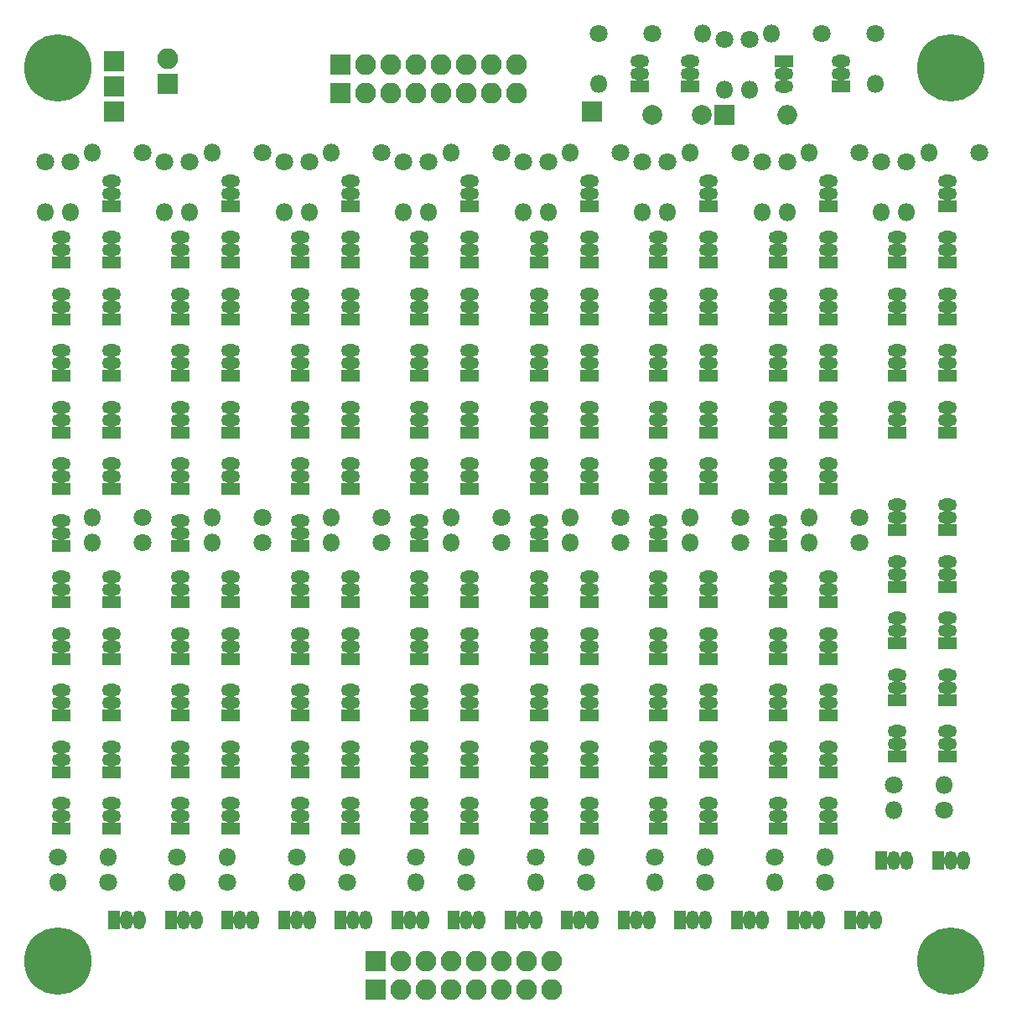
<source format=gbr>
G04 #@! TF.FileFunction,Soldermask,Top*
%FSLAX46Y46*%
G04 Gerber Fmt 4.6, Leading zero omitted, Abs format (unit mm)*
G04 Created by KiCad (PCBNEW 4.0.7-e2-6376~61~ubuntu18.04.1) date Sun Jul 14 07:48:48 2019*
%MOMM*%
%LPD*%
G01*
G04 APERTURE LIST*
%ADD10C,0.100000*%
%ADD11C,6.800000*%
%ADD12C,2.000000*%
%ADD13R,2.000000X2.000000*%
%ADD14O,2.000000X2.000000*%
%ADD15R,2.100000X2.100000*%
%ADD16O,2.100000X2.100000*%
%ADD17O,1.900000X1.300000*%
%ADD18R,1.900000X1.300000*%
%ADD19O,1.300000X1.900000*%
%ADD20R,1.300000X1.900000*%
%ADD21C,1.800000*%
%ADD22O,1.800000X1.800000*%
G04 APERTURE END LIST*
D10*
D11*
X46355000Y-110490000D03*
X136525000Y-110490000D03*
X136525000Y-20320000D03*
D12*
X106362500Y-25082500D03*
X111362500Y-25082500D03*
D13*
X113665000Y-25082500D03*
D14*
X120015000Y-25082500D03*
D15*
X57467500Y-21907500D03*
D16*
X57467500Y-19367500D03*
D15*
X74930000Y-22860000D03*
D16*
X77470000Y-22860000D03*
X80010000Y-22860000D03*
X82550000Y-22860000D03*
X85090000Y-22860000D03*
X87630000Y-22860000D03*
X90170000Y-22860000D03*
X92710000Y-22860000D03*
D15*
X74930000Y-20002500D03*
D16*
X77470000Y-20002500D03*
X80010000Y-20002500D03*
X82550000Y-20002500D03*
X85090000Y-20002500D03*
X87630000Y-20002500D03*
X90170000Y-20002500D03*
X92710000Y-20002500D03*
D15*
X100330000Y-24765000D03*
X52070000Y-24765000D03*
X52070000Y-22225000D03*
X52070000Y-19685000D03*
X78422500Y-110490000D03*
D16*
X80962500Y-110490000D03*
X83502500Y-110490000D03*
X86042500Y-110490000D03*
X88582500Y-110490000D03*
X91122500Y-110490000D03*
X93662500Y-110490000D03*
X96202500Y-110490000D03*
D15*
X78422500Y-113347500D03*
D16*
X80962500Y-113347500D03*
X83502500Y-113347500D03*
X86042500Y-113347500D03*
X88582500Y-113347500D03*
X91122500Y-113347500D03*
X93662500Y-113347500D03*
X96202500Y-113347500D03*
D17*
X105092500Y-20955000D03*
X105092500Y-19685000D03*
D18*
X105092500Y-22225000D03*
D17*
X110172500Y-20955000D03*
X110172500Y-19685000D03*
D18*
X110172500Y-22225000D03*
D17*
X119697500Y-20955000D03*
X119697500Y-22225000D03*
D18*
X119697500Y-19685000D03*
D17*
X125412500Y-20955000D03*
X125412500Y-19685000D03*
D18*
X125412500Y-22225000D03*
D19*
X53340000Y-106362500D03*
X54610000Y-106362500D03*
D20*
X52070000Y-106362500D03*
D19*
X64770000Y-106362500D03*
X66040000Y-106362500D03*
D20*
X63500000Y-106362500D03*
D19*
X76200000Y-106362500D03*
X77470000Y-106362500D03*
D20*
X74930000Y-106362500D03*
D19*
X87630000Y-106362500D03*
X88900000Y-106362500D03*
D20*
X86360000Y-106362500D03*
D19*
X99060000Y-106362500D03*
X100330000Y-106362500D03*
D20*
X97790000Y-106362500D03*
D19*
X110490000Y-106362500D03*
X111760000Y-106362500D03*
D20*
X109220000Y-106362500D03*
D19*
X121920000Y-106362500D03*
X123190000Y-106362500D03*
D20*
X120650000Y-106362500D03*
D19*
X130810000Y-100330000D03*
X132080000Y-100330000D03*
D20*
X129540000Y-100330000D03*
D19*
X59055000Y-106362500D03*
X60325000Y-106362500D03*
D20*
X57785000Y-106362500D03*
D19*
X70485000Y-106362500D03*
X71755000Y-106362500D03*
D20*
X69215000Y-106362500D03*
D19*
X81915000Y-106362500D03*
X83185000Y-106362500D03*
D20*
X80645000Y-106362500D03*
D19*
X93345000Y-106362500D03*
X94615000Y-106362500D03*
D20*
X92075000Y-106362500D03*
D19*
X104775000Y-106362500D03*
X106045000Y-106362500D03*
D20*
X103505000Y-106362500D03*
D19*
X116205000Y-106362500D03*
X117475000Y-106362500D03*
D20*
X114935000Y-106362500D03*
D19*
X127635000Y-106362500D03*
X128905000Y-106362500D03*
D20*
X126365000Y-106362500D03*
D19*
X136525000Y-100330000D03*
X137795000Y-100330000D03*
D20*
X135255000Y-100330000D03*
D17*
X51752500Y-38735000D03*
X51752500Y-37465000D03*
D18*
X51752500Y-40005000D03*
D17*
X51752500Y-55880000D03*
X51752500Y-54610000D03*
D18*
X51752500Y-57150000D03*
D17*
X46672500Y-50165000D03*
X46672500Y-48895000D03*
D18*
X46672500Y-51435000D03*
D17*
X51752500Y-50165000D03*
X51752500Y-48895000D03*
D18*
X51752500Y-51435000D03*
D17*
X46672500Y-55880000D03*
X46672500Y-54610000D03*
D18*
X46672500Y-57150000D03*
D17*
X46672500Y-38735000D03*
X46672500Y-37465000D03*
D18*
X46672500Y-40005000D03*
D17*
X51752500Y-44450000D03*
X51752500Y-43180000D03*
D18*
X51752500Y-45720000D03*
D17*
X51752500Y-73025000D03*
X51752500Y-71755000D03*
D18*
X51752500Y-74295000D03*
D17*
X46672500Y-73025000D03*
X46672500Y-71755000D03*
D18*
X46672500Y-74295000D03*
D17*
X46672500Y-44450000D03*
X46672500Y-43180000D03*
D18*
X46672500Y-45720000D03*
D17*
X51752500Y-78740000D03*
X51752500Y-77470000D03*
D18*
X51752500Y-80010000D03*
D17*
X46672500Y-78740000D03*
X46672500Y-77470000D03*
D18*
X46672500Y-80010000D03*
D17*
X51752500Y-33020000D03*
X51752500Y-31750000D03*
D18*
X51752500Y-34290000D03*
D17*
X46672500Y-90170000D03*
X46672500Y-88900000D03*
D18*
X46672500Y-91440000D03*
D17*
X46672500Y-84455000D03*
X46672500Y-83185000D03*
D18*
X46672500Y-85725000D03*
D17*
X51752500Y-84455000D03*
X51752500Y-83185000D03*
D18*
X51752500Y-85725000D03*
D17*
X51752500Y-90170000D03*
X51752500Y-88900000D03*
D18*
X51752500Y-91440000D03*
D17*
X46672500Y-95885000D03*
X46672500Y-94615000D03*
D18*
X46672500Y-97155000D03*
D17*
X51752500Y-95885000D03*
X51752500Y-94615000D03*
D18*
X51752500Y-97155000D03*
D17*
X63817500Y-38735000D03*
X63817500Y-37465000D03*
D18*
X63817500Y-40005000D03*
D17*
X63817500Y-55880000D03*
X63817500Y-54610000D03*
D18*
X63817500Y-57150000D03*
D17*
X58737500Y-50165000D03*
X58737500Y-48895000D03*
D18*
X58737500Y-51435000D03*
D17*
X63817500Y-50165000D03*
X63817500Y-48895000D03*
D18*
X63817500Y-51435000D03*
D17*
X58737500Y-55880000D03*
X58737500Y-54610000D03*
D18*
X58737500Y-57150000D03*
D17*
X58737500Y-38735000D03*
X58737500Y-37465000D03*
D18*
X58737500Y-40005000D03*
D17*
X63817500Y-44450000D03*
X63817500Y-43180000D03*
D18*
X63817500Y-45720000D03*
D17*
X63817500Y-73025000D03*
X63817500Y-71755000D03*
D18*
X63817500Y-74295000D03*
D17*
X58737500Y-73025000D03*
X58737500Y-71755000D03*
D18*
X58737500Y-74295000D03*
D17*
X58737500Y-44450000D03*
X58737500Y-43180000D03*
D18*
X58737500Y-45720000D03*
D17*
X63817500Y-78740000D03*
X63817500Y-77470000D03*
D18*
X63817500Y-80010000D03*
D17*
X58737500Y-78740000D03*
X58737500Y-77470000D03*
D18*
X58737500Y-80010000D03*
D17*
X63817500Y-33020000D03*
X63817500Y-31750000D03*
D18*
X63817500Y-34290000D03*
D17*
X58737500Y-90170000D03*
X58737500Y-88900000D03*
D18*
X58737500Y-91440000D03*
D17*
X58737500Y-84455000D03*
X58737500Y-83185000D03*
D18*
X58737500Y-85725000D03*
D17*
X63817500Y-84455000D03*
X63817500Y-83185000D03*
D18*
X63817500Y-85725000D03*
D17*
X63817500Y-90170000D03*
X63817500Y-88900000D03*
D18*
X63817500Y-91440000D03*
D17*
X58737500Y-95885000D03*
X58737500Y-94615000D03*
D18*
X58737500Y-97155000D03*
D17*
X63817500Y-95885000D03*
X63817500Y-94615000D03*
D18*
X63817500Y-97155000D03*
D17*
X75882500Y-38735000D03*
X75882500Y-37465000D03*
D18*
X75882500Y-40005000D03*
D17*
X75882500Y-55880000D03*
X75882500Y-54610000D03*
D18*
X75882500Y-57150000D03*
D17*
X70802500Y-50165000D03*
X70802500Y-48895000D03*
D18*
X70802500Y-51435000D03*
D17*
X75882500Y-50165000D03*
X75882500Y-48895000D03*
D18*
X75882500Y-51435000D03*
D17*
X70802500Y-55880000D03*
X70802500Y-54610000D03*
D18*
X70802500Y-57150000D03*
D17*
X70802500Y-38735000D03*
X70802500Y-37465000D03*
D18*
X70802500Y-40005000D03*
D17*
X75882500Y-44450000D03*
X75882500Y-43180000D03*
D18*
X75882500Y-45720000D03*
D17*
X75882500Y-73025000D03*
X75882500Y-71755000D03*
D18*
X75882500Y-74295000D03*
D17*
X70802500Y-73025000D03*
X70802500Y-71755000D03*
D18*
X70802500Y-74295000D03*
D17*
X70802500Y-44450000D03*
X70802500Y-43180000D03*
D18*
X70802500Y-45720000D03*
D17*
X75882500Y-78740000D03*
X75882500Y-77470000D03*
D18*
X75882500Y-80010000D03*
D17*
X70802500Y-78740000D03*
X70802500Y-77470000D03*
D18*
X70802500Y-80010000D03*
D17*
X75882500Y-33020000D03*
X75882500Y-31750000D03*
D18*
X75882500Y-34290000D03*
D17*
X70802500Y-90170000D03*
X70802500Y-88900000D03*
D18*
X70802500Y-91440000D03*
D17*
X70802500Y-84455000D03*
X70802500Y-83185000D03*
D18*
X70802500Y-85725000D03*
D17*
X75882500Y-84455000D03*
X75882500Y-83185000D03*
D18*
X75882500Y-85725000D03*
D17*
X75882500Y-90170000D03*
X75882500Y-88900000D03*
D18*
X75882500Y-91440000D03*
D17*
X70802500Y-95885000D03*
X70802500Y-94615000D03*
D18*
X70802500Y-97155000D03*
D17*
X75882500Y-95885000D03*
X75882500Y-94615000D03*
D18*
X75882500Y-97155000D03*
D17*
X87947500Y-38735000D03*
X87947500Y-37465000D03*
D18*
X87947500Y-40005000D03*
D17*
X87947500Y-55880000D03*
X87947500Y-54610000D03*
D18*
X87947500Y-57150000D03*
D17*
X82867500Y-50165000D03*
X82867500Y-48895000D03*
D18*
X82867500Y-51435000D03*
D17*
X87947500Y-50165000D03*
X87947500Y-48895000D03*
D18*
X87947500Y-51435000D03*
D17*
X82867500Y-55880000D03*
X82867500Y-54610000D03*
D18*
X82867500Y-57150000D03*
D17*
X82867500Y-38735000D03*
X82867500Y-37465000D03*
D18*
X82867500Y-40005000D03*
D17*
X87947500Y-44450000D03*
X87947500Y-43180000D03*
D18*
X87947500Y-45720000D03*
D17*
X87947500Y-73025000D03*
X87947500Y-71755000D03*
D18*
X87947500Y-74295000D03*
D17*
X82867500Y-73025000D03*
X82867500Y-71755000D03*
D18*
X82867500Y-74295000D03*
D17*
X82867500Y-44450000D03*
X82867500Y-43180000D03*
D18*
X82867500Y-45720000D03*
D17*
X87947500Y-78740000D03*
X87947500Y-77470000D03*
D18*
X87947500Y-80010000D03*
D17*
X82867500Y-78740000D03*
X82867500Y-77470000D03*
D18*
X82867500Y-80010000D03*
D17*
X87947500Y-33020000D03*
X87947500Y-31750000D03*
D18*
X87947500Y-34290000D03*
D17*
X82867500Y-90170000D03*
X82867500Y-88900000D03*
D18*
X82867500Y-91440000D03*
D17*
X82867500Y-84455000D03*
X82867500Y-83185000D03*
D18*
X82867500Y-85725000D03*
D17*
X87947500Y-90170000D03*
X87947500Y-88900000D03*
D18*
X87947500Y-91440000D03*
D17*
X82867500Y-95885000D03*
X82867500Y-94615000D03*
D18*
X82867500Y-97155000D03*
D17*
X87947500Y-95885000D03*
X87947500Y-94615000D03*
D18*
X87947500Y-97155000D03*
D17*
X100012500Y-38735000D03*
X100012500Y-37465000D03*
D18*
X100012500Y-40005000D03*
D17*
X100012500Y-55880000D03*
X100012500Y-54610000D03*
D18*
X100012500Y-57150000D03*
D17*
X94932500Y-50165000D03*
X94932500Y-48895000D03*
D18*
X94932500Y-51435000D03*
D17*
X100012500Y-50165000D03*
X100012500Y-48895000D03*
D18*
X100012500Y-51435000D03*
D17*
X94932500Y-55880000D03*
X94932500Y-54610000D03*
D18*
X94932500Y-57150000D03*
D17*
X94932500Y-38735000D03*
X94932500Y-37465000D03*
D18*
X94932500Y-40005000D03*
D17*
X100012500Y-44450000D03*
X100012500Y-43180000D03*
D18*
X100012500Y-45720000D03*
D17*
X100012500Y-73025000D03*
X100012500Y-71755000D03*
D18*
X100012500Y-74295000D03*
D17*
X94932500Y-73025000D03*
X94932500Y-71755000D03*
D18*
X94932500Y-74295000D03*
D17*
X94932500Y-44450000D03*
X94932500Y-43180000D03*
D18*
X94932500Y-45720000D03*
D17*
X100012500Y-78740000D03*
X100012500Y-77470000D03*
D18*
X100012500Y-80010000D03*
D17*
X94932500Y-78740000D03*
X94932500Y-77470000D03*
D18*
X94932500Y-80010000D03*
D17*
X100012500Y-33020000D03*
X100012500Y-31750000D03*
D18*
X100012500Y-34290000D03*
D17*
X94932500Y-90170000D03*
X94932500Y-88900000D03*
D18*
X94932500Y-91440000D03*
D17*
X94932500Y-84455000D03*
X94932500Y-83185000D03*
D18*
X94932500Y-85725000D03*
D17*
X100012500Y-84455000D03*
X100012500Y-83185000D03*
D18*
X100012500Y-85725000D03*
D17*
X100012500Y-90170000D03*
X100012500Y-88900000D03*
D18*
X100012500Y-91440000D03*
D17*
X94932500Y-95885000D03*
X94932500Y-94615000D03*
D18*
X94932500Y-97155000D03*
D17*
X100012500Y-95885000D03*
X100012500Y-94615000D03*
D18*
X100012500Y-97155000D03*
D17*
X112077500Y-38735000D03*
X112077500Y-37465000D03*
D18*
X112077500Y-40005000D03*
D17*
X112077500Y-55880000D03*
X112077500Y-54610000D03*
D18*
X112077500Y-57150000D03*
D17*
X106997500Y-50165000D03*
X106997500Y-48895000D03*
D18*
X106997500Y-51435000D03*
D17*
X112077500Y-50165000D03*
X112077500Y-48895000D03*
D18*
X112077500Y-51435000D03*
D17*
X106997500Y-55880000D03*
X106997500Y-54610000D03*
D18*
X106997500Y-57150000D03*
D17*
X106997500Y-38735000D03*
X106997500Y-37465000D03*
D18*
X106997500Y-40005000D03*
D17*
X112077500Y-44450000D03*
X112077500Y-43180000D03*
D18*
X112077500Y-45720000D03*
D17*
X112077500Y-73025000D03*
X112077500Y-71755000D03*
D18*
X112077500Y-74295000D03*
D17*
X106997500Y-73025000D03*
X106997500Y-71755000D03*
D18*
X106997500Y-74295000D03*
D17*
X106997500Y-44450000D03*
X106997500Y-43180000D03*
D18*
X106997500Y-45720000D03*
D17*
X112077500Y-78740000D03*
X112077500Y-77470000D03*
D18*
X112077500Y-80010000D03*
D17*
X106997500Y-78740000D03*
X106997500Y-77470000D03*
D18*
X106997500Y-80010000D03*
D17*
X112077500Y-33020000D03*
X112077500Y-31750000D03*
D18*
X112077500Y-34290000D03*
D17*
X106997500Y-90170000D03*
X106997500Y-88900000D03*
D18*
X106997500Y-91440000D03*
D17*
X106997500Y-84455000D03*
X106997500Y-83185000D03*
D18*
X106997500Y-85725000D03*
D17*
X112077500Y-84455000D03*
X112077500Y-83185000D03*
D18*
X112077500Y-85725000D03*
D17*
X112077500Y-90170000D03*
X112077500Y-88900000D03*
D18*
X112077500Y-91440000D03*
D17*
X106997500Y-95885000D03*
X106997500Y-94615000D03*
D18*
X106997500Y-97155000D03*
D17*
X112077500Y-95885000D03*
X112077500Y-94615000D03*
D18*
X112077500Y-97155000D03*
D17*
X124142500Y-38735000D03*
X124142500Y-37465000D03*
D18*
X124142500Y-40005000D03*
D17*
X124142500Y-55880000D03*
X124142500Y-54610000D03*
D18*
X124142500Y-57150000D03*
D17*
X119062500Y-50165000D03*
X119062500Y-48895000D03*
D18*
X119062500Y-51435000D03*
D17*
X124142500Y-50165000D03*
X124142500Y-48895000D03*
D18*
X124142500Y-51435000D03*
D17*
X119062500Y-55880000D03*
X119062500Y-54610000D03*
D18*
X119062500Y-57150000D03*
D17*
X119062500Y-38735000D03*
X119062500Y-37465000D03*
D18*
X119062500Y-40005000D03*
D17*
X124142500Y-44450000D03*
X124142500Y-43180000D03*
D18*
X124142500Y-45720000D03*
D17*
X124142500Y-73025000D03*
X124142500Y-71755000D03*
D18*
X124142500Y-74295000D03*
D17*
X119062500Y-73025000D03*
X119062500Y-71755000D03*
D18*
X119062500Y-74295000D03*
D17*
X119062500Y-44450000D03*
X119062500Y-43180000D03*
D18*
X119062500Y-45720000D03*
D17*
X124142500Y-78740000D03*
X124142500Y-77470000D03*
D18*
X124142500Y-80010000D03*
D17*
X119062500Y-78740000D03*
X119062500Y-77470000D03*
D18*
X119062500Y-80010000D03*
D17*
X124142500Y-33020000D03*
X124142500Y-31750000D03*
D18*
X124142500Y-34290000D03*
D17*
X119062500Y-90170000D03*
X119062500Y-88900000D03*
D18*
X119062500Y-91440000D03*
D17*
X119062500Y-84455000D03*
X119062500Y-83185000D03*
D18*
X119062500Y-85725000D03*
D17*
X124142500Y-84455000D03*
X124142500Y-83185000D03*
D18*
X124142500Y-85725000D03*
D17*
X124142500Y-90170000D03*
X124142500Y-88900000D03*
D18*
X124142500Y-91440000D03*
D17*
X119062500Y-95885000D03*
X119062500Y-94615000D03*
D18*
X119062500Y-97155000D03*
D17*
X124142500Y-95885000D03*
X124142500Y-94615000D03*
D18*
X124142500Y-97155000D03*
D17*
X136207500Y-38735000D03*
X136207500Y-37465000D03*
D18*
X136207500Y-40005000D03*
D17*
X136207500Y-55880000D03*
X136207500Y-54610000D03*
D18*
X136207500Y-57150000D03*
D17*
X131127500Y-50165000D03*
X131127500Y-48895000D03*
D18*
X131127500Y-51435000D03*
D17*
X136207500Y-50165000D03*
X136207500Y-48895000D03*
D18*
X136207500Y-51435000D03*
D17*
X131127500Y-55880000D03*
X131127500Y-54610000D03*
D18*
X131127500Y-57150000D03*
D17*
X131127500Y-38735000D03*
X131127500Y-37465000D03*
D18*
X131127500Y-40005000D03*
D17*
X136207500Y-44450000D03*
X136207500Y-43180000D03*
D18*
X136207500Y-45720000D03*
D17*
X136207500Y-65722500D03*
X136207500Y-64452500D03*
D18*
X136207500Y-66992500D03*
D17*
X131127500Y-65722500D03*
X131127500Y-64452500D03*
D18*
X131127500Y-66992500D03*
D17*
X131127500Y-44450000D03*
X131127500Y-43180000D03*
D18*
X131127500Y-45720000D03*
D17*
X136207500Y-71437500D03*
X136207500Y-70167500D03*
D18*
X136207500Y-72707500D03*
D17*
X131127500Y-71437500D03*
X131127500Y-70167500D03*
D18*
X131127500Y-72707500D03*
D17*
X136207500Y-33020000D03*
X136207500Y-31750000D03*
D18*
X136207500Y-34290000D03*
D17*
X131127500Y-82867500D03*
X131127500Y-81597500D03*
D18*
X131127500Y-84137500D03*
D17*
X131127500Y-77152500D03*
X131127500Y-75882500D03*
D18*
X131127500Y-78422500D03*
D17*
X136207500Y-77152500D03*
X136207500Y-75882500D03*
D18*
X136207500Y-78422500D03*
D17*
X136207500Y-82867500D03*
X136207500Y-81597500D03*
D18*
X136207500Y-84137500D03*
D17*
X131127500Y-88582500D03*
X131127500Y-87312500D03*
D18*
X131127500Y-89852500D03*
D17*
X136207500Y-88582500D03*
X136207500Y-87312500D03*
D18*
X136207500Y-89852500D03*
D17*
X46672500Y-61595000D03*
X46672500Y-60325000D03*
D18*
X46672500Y-62865000D03*
D17*
X51752500Y-61595000D03*
X51752500Y-60325000D03*
D18*
X51752500Y-62865000D03*
D17*
X46672500Y-67310000D03*
X46672500Y-66040000D03*
D18*
X46672500Y-68580000D03*
D17*
X58737500Y-61595000D03*
X58737500Y-60325000D03*
D18*
X58737500Y-62865000D03*
D17*
X63817500Y-61595000D03*
X63817500Y-60325000D03*
D18*
X63817500Y-62865000D03*
D17*
X58737500Y-67310000D03*
X58737500Y-66040000D03*
D18*
X58737500Y-68580000D03*
D17*
X70802500Y-61595000D03*
X70802500Y-60325000D03*
D18*
X70802500Y-62865000D03*
D17*
X75882500Y-61595000D03*
X75882500Y-60325000D03*
D18*
X75882500Y-62865000D03*
D17*
X70802500Y-67310000D03*
X70802500Y-66040000D03*
D18*
X70802500Y-68580000D03*
D17*
X82867500Y-61595000D03*
X82867500Y-60325000D03*
D18*
X82867500Y-62865000D03*
D17*
X87947500Y-61595000D03*
X87947500Y-60325000D03*
D18*
X87947500Y-62865000D03*
D17*
X82867500Y-67310000D03*
X82867500Y-66040000D03*
D18*
X82867500Y-68580000D03*
D17*
X94932500Y-61595000D03*
X94932500Y-60325000D03*
D18*
X94932500Y-62865000D03*
D17*
X100012500Y-61595000D03*
X100012500Y-60325000D03*
D18*
X100012500Y-62865000D03*
D17*
X94932500Y-67310000D03*
X94932500Y-66040000D03*
D18*
X94932500Y-68580000D03*
D17*
X106997500Y-61595000D03*
X106997500Y-60325000D03*
D18*
X106997500Y-62865000D03*
D17*
X112077500Y-61595000D03*
X112077500Y-60325000D03*
D18*
X112077500Y-62865000D03*
D17*
X106997500Y-67310000D03*
X106997500Y-66040000D03*
D18*
X106997500Y-68580000D03*
D17*
X119062500Y-61595000D03*
X119062500Y-60325000D03*
D18*
X119062500Y-62865000D03*
D17*
X124142500Y-61595000D03*
X124142500Y-60325000D03*
D18*
X124142500Y-62865000D03*
D17*
X119062500Y-67310000D03*
X119062500Y-66040000D03*
D18*
X119062500Y-68580000D03*
D21*
X100965000Y-16827500D03*
D22*
X100965000Y-21907500D03*
D21*
X106362500Y-16827500D03*
D22*
X111442500Y-16827500D03*
D21*
X123507500Y-16827500D03*
D22*
X118427500Y-16827500D03*
D21*
X128905000Y-16827500D03*
D22*
X128905000Y-21907500D03*
D21*
X116205000Y-17462500D03*
D22*
X116205000Y-22542500D03*
D21*
X113665000Y-17462500D03*
D22*
X113665000Y-22542500D03*
D21*
X47625000Y-29845000D03*
D22*
X47625000Y-34925000D03*
D21*
X45085000Y-29845000D03*
D22*
X45085000Y-34925000D03*
D21*
X54927500Y-28892500D03*
D22*
X49847500Y-28892500D03*
D21*
X51435000Y-102552500D03*
D22*
X46355000Y-102552500D03*
D21*
X46355000Y-100012500D03*
D22*
X51435000Y-100012500D03*
D21*
X59690000Y-29845000D03*
D22*
X59690000Y-34925000D03*
D21*
X57150000Y-29845000D03*
D22*
X57150000Y-34925000D03*
D21*
X66992500Y-28892500D03*
D22*
X61912500Y-28892500D03*
D21*
X63500000Y-102552500D03*
D22*
X58420000Y-102552500D03*
D21*
X58420000Y-100012500D03*
D22*
X63500000Y-100012500D03*
D21*
X71755000Y-29845000D03*
D22*
X71755000Y-34925000D03*
D21*
X69215000Y-29845000D03*
D22*
X69215000Y-34925000D03*
D21*
X79057500Y-28892500D03*
D22*
X73977500Y-28892500D03*
D21*
X75565000Y-102552500D03*
D22*
X70485000Y-102552500D03*
D21*
X70485000Y-100012500D03*
D22*
X75565000Y-100012500D03*
D21*
X83820000Y-29845000D03*
D22*
X83820000Y-34925000D03*
D21*
X81280000Y-29845000D03*
D22*
X81280000Y-34925000D03*
D21*
X91122500Y-28892500D03*
D22*
X86042500Y-28892500D03*
D21*
X87630000Y-102552500D03*
D22*
X82550000Y-102552500D03*
D21*
X82550000Y-100012500D03*
D22*
X87630000Y-100012500D03*
D21*
X95885000Y-29845000D03*
D22*
X95885000Y-34925000D03*
D21*
X93345000Y-29845000D03*
D22*
X93345000Y-34925000D03*
D21*
X103187500Y-28892500D03*
D22*
X98107500Y-28892500D03*
D21*
X99695000Y-102552500D03*
D22*
X94615000Y-102552500D03*
D21*
X94615000Y-100012500D03*
D22*
X99695000Y-100012500D03*
D21*
X107950000Y-29845000D03*
D22*
X107950000Y-34925000D03*
D21*
X105410000Y-29845000D03*
D22*
X105410000Y-34925000D03*
D21*
X115252500Y-28892500D03*
D22*
X110172500Y-28892500D03*
D21*
X111760000Y-102552500D03*
D22*
X106680000Y-102552500D03*
D21*
X106680000Y-100012500D03*
D22*
X111760000Y-100012500D03*
D21*
X120015000Y-29845000D03*
D22*
X120015000Y-34925000D03*
D21*
X117475000Y-29845000D03*
D22*
X117475000Y-34925000D03*
D21*
X127317500Y-28892500D03*
D22*
X122237500Y-28892500D03*
D21*
X123825000Y-102552500D03*
D22*
X118745000Y-102552500D03*
D21*
X118745000Y-100012500D03*
D22*
X123825000Y-100012500D03*
D21*
X132080000Y-29845000D03*
D22*
X132080000Y-34925000D03*
D21*
X129540000Y-29845000D03*
D22*
X129540000Y-34925000D03*
D21*
X139382500Y-28892500D03*
D22*
X134302500Y-28892500D03*
D21*
X135890000Y-95250000D03*
D22*
X130810000Y-95250000D03*
D21*
X130810000Y-92710000D03*
D22*
X135890000Y-92710000D03*
D21*
X54927500Y-68262500D03*
D22*
X49847500Y-68262500D03*
D21*
X54927500Y-65722500D03*
D22*
X49847500Y-65722500D03*
D21*
X66992500Y-68262500D03*
D22*
X61912500Y-68262500D03*
D21*
X66992500Y-65722500D03*
D22*
X61912500Y-65722500D03*
D21*
X79057500Y-68262500D03*
D22*
X73977500Y-68262500D03*
D21*
X79057500Y-65722500D03*
D22*
X73977500Y-65722500D03*
D21*
X91122500Y-68262500D03*
D22*
X86042500Y-68262500D03*
D21*
X91122500Y-65722500D03*
D22*
X86042500Y-65722500D03*
D21*
X103187500Y-68262500D03*
D22*
X98107500Y-68262500D03*
D21*
X103187500Y-65722500D03*
D22*
X98107500Y-65722500D03*
D21*
X115252500Y-68262500D03*
D22*
X110172500Y-68262500D03*
D21*
X115252500Y-65722500D03*
D22*
X110172500Y-65722500D03*
D21*
X127317500Y-68262500D03*
D22*
X122237500Y-68262500D03*
D21*
X127317500Y-65722500D03*
D22*
X122237500Y-65722500D03*
D11*
X46355000Y-20320000D03*
D17*
X87947500Y-84455000D03*
X87947500Y-83185000D03*
D18*
X87947500Y-85725000D03*
M02*

</source>
